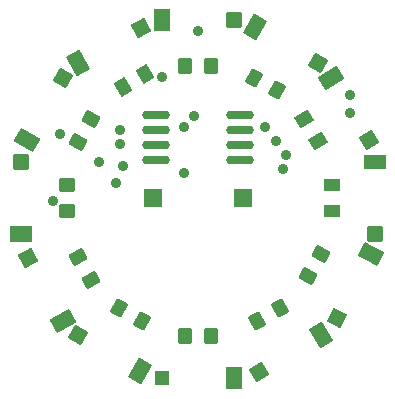
<source format=gts>
G04 Layer: TopSolderMaskLayer*
G04 EasyEDA v6.5.42, 2024-04-15 10:04:03*
G04 35ccfcd0ecce4f4f936ce021b9bc61d8,ed70181f279245e6aff80281ee7dc86a,10*
G04 Gerber Generator version 0.2*
G04 Scale: 100 percent, Rotated: No, Reflected: No *
G04 Dimensions in millimeters *
G04 leading zeros omitted , absolute positions ,4 integer and 5 decimal *
%FSLAX45Y45*%
%MOMM*%

%AMMACRO1*1,1,$1,$2,$3*1,1,$1,$4,$5*1,1,$1,0-$2,0-$3*1,1,$1,0-$4,0-$5*20,1,$1,$2,$3,$4,$5,0*20,1,$1,$4,$5,0-$2,0-$3,0*20,1,$1,0-$2,0-$3,0-$4,0-$5,0*20,1,$1,0-$4,0-$5,$2,$3,0*4,1,4,$2,$3,$4,$5,0-$2,0-$3,0-$4,0-$5,$2,$3,0*%
%ADD10R,1.5016X1.6016*%
%ADD11MACRO1,0.1016X0.8189X0.2194X0.2194X-0.8189*%
%ADD12MACRO1,0.1016X0.0696X-1.0794X-0.9696X-0.4794*%
%ADD13MACRO1,0.1016X0.826X-0.1907X-0.1907X-0.826*%
%ADD14MACRO1,0.1016X-0.4453X-0.9858X-1.0812X0.0319*%
%ADD15MACRO1,0.1016X0.5994X-0.5994X-0.5994X-0.5994*%
%ADD16R,1.9016X1.3016*%
%ADD17MACRO1,0.1016X0.2479X-0.8107X-0.8107X-0.2479*%
%ADD18MACRO1,0.1016X-1.0764X-0.1073X-0.513X0.9523*%
%ADD19MACRO1,0.1016X-0.2051X-0.8226X-0.8226X0.2051*%
%ADD20MACRO1,0.1016X-0.9778X0.4624X0.0508X1.0805*%
%ADD21R,1.3005X1.3005*%
%ADD22MACRO1,0.1016X-0.6X0.9X0.6X0.9*%
%ADD23MACRO1,0.1016X-0.8189X-0.2194X-0.2194X0.8189*%
%ADD24MACRO1,0.1016X-0.0696X1.0794X0.9696X0.4794*%
%ADD25MACRO1,0.1016X-0.8149X0.2337X0.2337X0.8149*%
%ADD26MACRO1,0.1016X0.4963X0.9611X1.0781X-0.0884*%
%ADD27MACRO1,0.1016X-0.5994X0.5994X0.5994X0.5994*%
%ADD28MACRO1,0.1016X0.9X0.6X0.9X-0.6*%
%ADD29MACRO1,0.1016X-0.2194X0.8189X0.8189X0.2194*%
%ADD30MACRO1,0.1016X1.0794X0.0696X0.4794X-0.9696*%
%ADD31MACRO1,0.1016X0.2337X0.8149X0.8149X-0.2337*%
%ADD32MACRO1,0.1016X0.9611X-0.4963X-0.0884X-1.078*%
%ADD33MACRO1,0.1016X0.5994X0.5994X0.5994X-0.5994*%
%ADD34MACRO1,0.1016X0.6X-0.9X-0.6X-0.9*%
%ADD35O,2.3516082000000003X0.7315962*%
%ADD36MACRO1,0.1016X0.7505X-0.2782X-0.1067X-0.7932*%
%ADD37MACRO1,0.1016X0.1343X-0.789X-0.7403X-0.3042*%
%ADD38MACRO1,0.1016X-0.2782X-0.7505X-0.7932X0.1067*%
%ADD39R,1.3516X1.1016*%
%ADD40MACRO1,0.1016X-0.789X-0.1343X-0.3042X0.7403*%
%ADD41MACRO1,0.1016X-0.7403X0.3042X0.1343X0.789*%
%ADD42MACRO1,0.1016X-0.5X0.625X0.5X0.625*%
%ADD43MACRO1,0.1016X-0.1343X0.789X0.7403X0.3042*%
%ADD44MACRO1,0.1016X0.3042X0.7403X0.789X-0.1343*%
%ADD45MACRO1,0.1016X0.625X0.5X0.625X-0.5*%
%ADD46MACRO1,0.1016X0.789X0.1343X0.3042X-0.7403*%
%ADD47MACRO1,0.1016X0.5X-0.625X-0.5X-0.625*%
%ADD48C,0.9016*%

%LPD*%
D10*
G01*
X3219958Y4169918D03*
G01*
X3979925Y4169918D03*
D11*
G01*
X4614129Y5307488D03*
D12*
G01*
X4085850Y5612490D03*
D13*
G01*
X5051633Y4661324D03*
D14*
G01*
X4728380Y5178637D03*
D15*
G01*
X5100065Y3864917D03*
D16*
G01*
X5100065Y4474921D03*
D17*
G01*
X4776790Y3150810D03*
D18*
G01*
X5063169Y3689412D03*
D19*
G01*
X4118538Y2692793D03*
D20*
G01*
X4641414Y3006967D03*
D21*
G01*
X3294938Y2640076D03*
D22*
G01*
X3904945Y2640075D03*
D23*
G01*
X2585741Y3002380D03*
D24*
G01*
X3114020Y2697378D03*
D25*
G01*
X2162008Y3656643D03*
D26*
G01*
X2457744Y3123121D03*
D27*
G01*
X2100071Y4474918D03*
D28*
G01*
X2100071Y3864914D03*
D29*
G01*
X2462376Y5184118D03*
D30*
G01*
X2157374Y4655839D03*
D31*
G01*
X3116639Y5607851D03*
D32*
G01*
X2583117Y5312114D03*
D33*
G01*
X3904993Y5669988D03*
D34*
G01*
X3294989Y5669988D03*
D35*
G01*
X3246932Y4870450D03*
G01*
X3246932Y4743450D03*
G01*
X3246932Y4616450D03*
G01*
X3246932Y4489450D03*
G01*
X3952951Y4870450D03*
G01*
X3952951Y4743450D03*
G01*
X3952951Y4616450D03*
G01*
X3952951Y4489450D03*
D36*
G01*
X3154305Y5216664D03*
G01*
X2965715Y5103347D03*
D37*
G01*
X4266214Y5076706D03*
G01*
X4073785Y5183371D03*
D38*
G01*
X4616554Y4645597D03*
G01*
X4503237Y4834187D03*
D39*
G01*
X4739995Y4059910D03*
G01*
X4739995Y4279925D03*
D40*
G01*
X4536794Y3503716D03*
G01*
X4643459Y3696145D03*
D41*
G01*
X4103766Y3126731D03*
G01*
X4296195Y3233395D03*
D42*
G01*
X3490020Y2999973D03*
G01*
X3710035Y2999973D03*
D43*
G01*
X2933832Y3233390D03*
G01*
X3126261Y3126726D03*
D44*
G01*
X2586564Y3666164D03*
G01*
X2693229Y3473735D03*
D45*
G01*
X2490033Y4279910D03*
G01*
X2490033Y4059895D03*
D46*
G01*
X2693315Y4836205D03*
G01*
X2586650Y4643776D03*
D47*
G01*
X3710025Y5279897D03*
G01*
X3490010Y5279897D03*
D48*
G01*
X3899992Y5699988D03*
G01*
X4319981Y4409998D03*
G01*
X4350004Y4529988D03*
G01*
X4259986Y4649978D03*
G01*
X4169994Y4769993D03*
G01*
X3480003Y4769993D03*
G01*
X2939999Y4739995D03*
G01*
X2939999Y4619980D03*
G01*
X3599992Y5579998D03*
G01*
X3299993Y5189981D03*
G01*
X3569995Y4859985D03*
G01*
X2429992Y4709998D03*
G01*
X2369997Y4139996D03*
G01*
X2759989Y4469993D03*
G01*
X3480003Y4380001D03*
G01*
X4889982Y5039995D03*
G01*
X2969996Y4439996D03*
G01*
X2910001Y4289983D03*
G01*
X4889982Y4889982D03*
M02*

</source>
